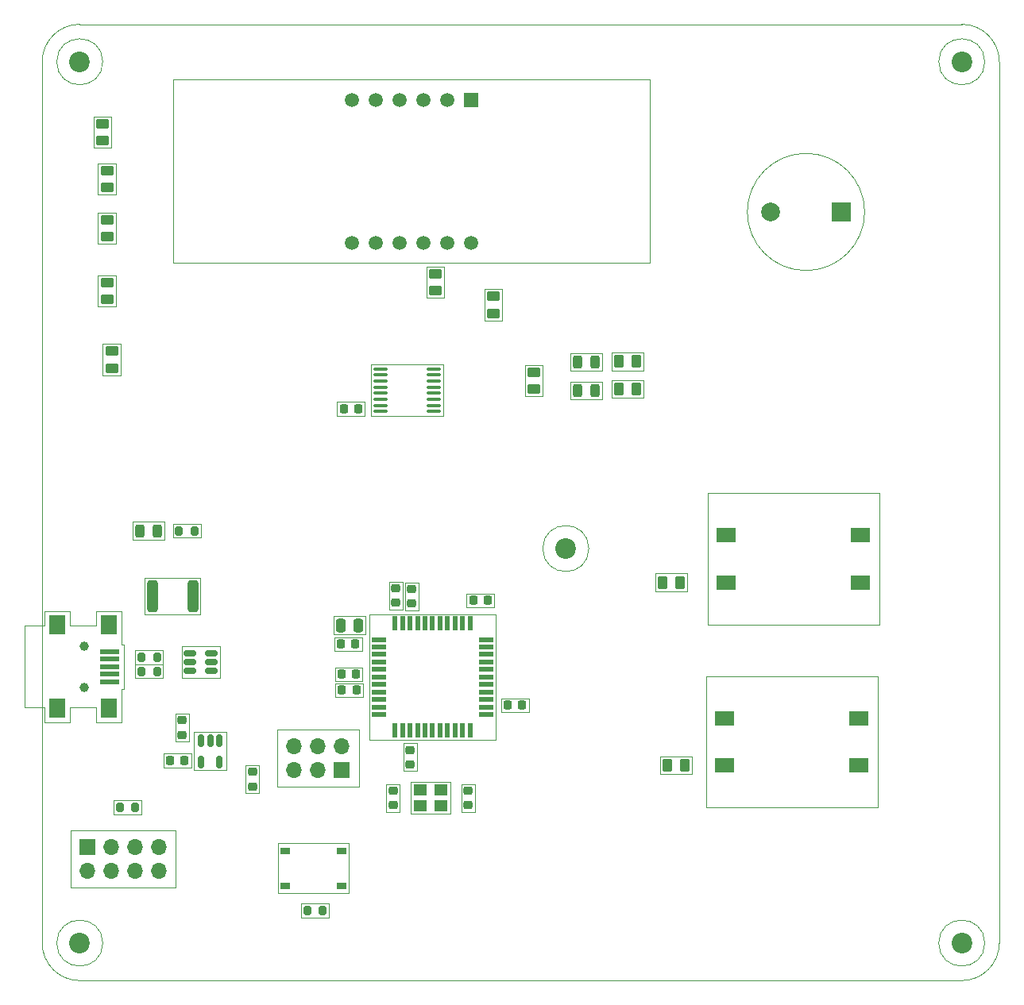
<source format=gbr>
%TF.GenerationSoftware,KiCad,Pcbnew,(7.0.0)*%
%TF.CreationDate,2023-04-20T13:59:00-06:00*%
%TF.ProjectId,Phase_B_ATMEGA_v3,50686173-655f-4425-9f41-544d4547415f,rev?*%
%TF.SameCoordinates,Original*%
%TF.FileFunction,Soldermask,Top*%
%TF.FilePolarity,Negative*%
%FSLAX46Y46*%
G04 Gerber Fmt 4.6, Leading zero omitted, Abs format (unit mm)*
G04 Created by KiCad (PCBNEW (7.0.0)) date 2023-04-20 13:59:00*
%MOMM*%
%LPD*%
G01*
G04 APERTURE LIST*
G04 Aperture macros list*
%AMRoundRect*
0 Rectangle with rounded corners*
0 $1 Rounding radius*
0 $2 $3 $4 $5 $6 $7 $8 $9 X,Y pos of 4 corners*
0 Add a 4 corners polygon primitive as box body*
4,1,4,$2,$3,$4,$5,$6,$7,$8,$9,$2,$3,0*
0 Add four circle primitives for the rounded corners*
1,1,$1+$1,$2,$3*
1,1,$1+$1,$4,$5*
1,1,$1+$1,$6,$7*
1,1,$1+$1,$8,$9*
0 Add four rect primitives between the rounded corners*
20,1,$1+$1,$2,$3,$4,$5,0*
20,1,$1+$1,$4,$5,$6,$7,0*
20,1,$1+$1,$6,$7,$8,$9,0*
20,1,$1+$1,$8,$9,$2,$3,0*%
G04 Aperture macros list end*
%ADD10R,2.000000X2.000000*%
%ADD11C,2.000000*%
%ADD12C,2.200000*%
%ADD13RoundRect,0.200000X-0.200000X-0.275000X0.200000X-0.275000X0.200000X0.275000X-0.200000X0.275000X0*%
%ADD14RoundRect,0.200000X0.200000X0.275000X-0.200000X0.275000X-0.200000X-0.275000X0.200000X-0.275000X0*%
%ADD15RoundRect,0.243750X-0.243750X-0.456250X0.243750X-0.456250X0.243750X0.456250X-0.243750X0.456250X0*%
%ADD16RoundRect,0.250000X0.450000X-0.262500X0.450000X0.262500X-0.450000X0.262500X-0.450000X-0.262500X0*%
%ADD17RoundRect,0.225000X0.250000X-0.225000X0.250000X0.225000X-0.250000X0.225000X-0.250000X-0.225000X0*%
%ADD18RoundRect,0.250000X0.262500X0.450000X-0.262500X0.450000X-0.262500X-0.450000X0.262500X-0.450000X0*%
%ADD19R,2.000000X1.500000*%
%ADD20RoundRect,0.250000X0.250000X0.475000X-0.250000X0.475000X-0.250000X-0.475000X0.250000X-0.475000X0*%
%ADD21R,1.500000X0.550000*%
%ADD22R,0.550000X1.500000*%
%ADD23RoundRect,0.225000X-0.225000X-0.250000X0.225000X-0.250000X0.225000X0.250000X-0.225000X0.250000X0*%
%ADD24RoundRect,0.225000X0.225000X0.250000X-0.225000X0.250000X-0.225000X-0.250000X0.225000X-0.250000X0*%
%ADD25RoundRect,0.100000X0.637500X0.100000X-0.637500X0.100000X-0.637500X-0.100000X0.637500X-0.100000X0*%
%ADD26R,1.700000X1.700000*%
%ADD27O,1.700000X1.700000*%
%ADD28RoundRect,0.250000X-0.312500X-1.450000X0.312500X-1.450000X0.312500X1.450000X-0.312500X1.450000X0*%
%ADD29RoundRect,0.225000X-0.250000X0.225000X-0.250000X-0.225000X0.250000X-0.225000X0.250000X0.225000X0*%
%ADD30R,1.500000X1.500000*%
%ADD31C,1.500000*%
%ADD32R,1.400000X1.200000*%
%ADD33RoundRect,0.150000X-0.512500X-0.150000X0.512500X-0.150000X0.512500X0.150000X-0.512500X0.150000X0*%
%ADD34RoundRect,0.150000X-0.150000X0.512500X-0.150000X-0.512500X0.150000X-0.512500X0.150000X0.512500X0*%
%ADD35C,1.000000*%
%ADD36R,2.000000X0.500000*%
%ADD37R,1.700000X2.000000*%
%ADD38R,1.000000X0.700000*%
%TA.AperFunction,Profile*%
%ADD39C,0.100000*%
%TD*%
%ADD40C,0.050000*%
%ADD41C,0.100000*%
G04 APERTURE END LIST*
D10*
%TO.C,LS1*%
X183299999Y-66499999D03*
D11*
X175700000Y-66500000D03*
%TD*%
D12*
%TO.C,H5*%
X153900000Y-102400000D03*
%TD*%
D13*
%TO.C,R14*%
X108675000Y-115500000D03*
X110325000Y-115500000D03*
%TD*%
D14*
%TO.C,R13*%
X128000000Y-141000000D03*
X126350000Y-141000000D03*
%TD*%
D15*
%TO.C,D3*%
X108500000Y-100500000D03*
X110375000Y-100500000D03*
%TD*%
D16*
%TO.C,R12*%
X105000000Y-69162500D03*
X105000000Y-67337500D03*
%TD*%
D15*
%TO.C,D1*%
X155125000Y-82500000D03*
X157000000Y-82500000D03*
%TD*%
D17*
%TO.C,C2*%
X143500000Y-129775000D03*
X143500000Y-128225000D03*
%TD*%
%TO.C,C10*%
X135800000Y-108195000D03*
X135800000Y-106645000D03*
%TD*%
%TO.C,C12*%
X137500000Y-108275000D03*
X137500000Y-106725000D03*
%TD*%
D18*
%TO.C,R4*%
X161385000Y-85405000D03*
X159560000Y-85405000D03*
%TD*%
D19*
%TO.C,S2*%
X185149999Y-125499999D03*
X170849999Y-125499999D03*
X185149999Y-120499999D03*
X170849999Y-120499999D03*
%TD*%
D14*
%TO.C,R16*%
X114325000Y-100500000D03*
X112675000Y-100500000D03*
%TD*%
D16*
%TO.C,R7*%
X105000000Y-63912500D03*
X105000000Y-62087500D03*
%TD*%
D20*
%TO.C,C8*%
X131800000Y-110600000D03*
X129900000Y-110600000D03*
%TD*%
D21*
%TO.C,U3*%
X133999999Y-112099999D03*
X133999999Y-112899999D03*
X133999999Y-113699999D03*
X133999999Y-114499999D03*
X133999999Y-115299999D03*
X133999999Y-116099999D03*
X133999999Y-116899999D03*
X133999999Y-117699999D03*
X133999999Y-118499999D03*
X133999999Y-119299999D03*
X133999999Y-120099999D03*
D22*
X135699999Y-121799999D03*
X136499999Y-121799999D03*
X137299999Y-121799999D03*
X138099999Y-121799999D03*
X138899999Y-121799999D03*
X139699999Y-121799999D03*
X140499999Y-121799999D03*
X141299999Y-121799999D03*
X142099999Y-121799999D03*
X142899999Y-121799999D03*
X143699999Y-121799999D03*
D21*
X145399999Y-120099999D03*
X145399999Y-119299999D03*
X145399999Y-118499999D03*
X145399999Y-117699999D03*
X145399999Y-116899999D03*
X145399999Y-116099999D03*
X145399999Y-115299999D03*
X145399999Y-114499999D03*
X145399999Y-113699999D03*
X145399999Y-112899999D03*
X145399999Y-112099999D03*
D22*
X143699999Y-110399999D03*
X142899999Y-110399999D03*
X142099999Y-110399999D03*
X141299999Y-110399999D03*
X140499999Y-110399999D03*
X139699999Y-110399999D03*
X138899999Y-110399999D03*
X138099999Y-110399999D03*
X137299999Y-110399999D03*
X136499999Y-110399999D03*
X135699999Y-110399999D03*
%TD*%
D19*
%TO.C,S1*%
X185299999Y-105999999D03*
X170999999Y-105999999D03*
X185299999Y-100999999D03*
X170999999Y-100999999D03*
%TD*%
D23*
%TO.C,C11*%
X144025000Y-107920000D03*
X145575000Y-107920000D03*
%TD*%
D24*
%TO.C,C5*%
X131475000Y-112600000D03*
X129925000Y-112600000D03*
%TD*%
D25*
%TO.C,U2*%
X139862500Y-87775000D03*
X139862500Y-87125000D03*
X139862500Y-86475000D03*
X139862500Y-85825000D03*
X139862500Y-85175000D03*
X139862500Y-84525000D03*
X139862500Y-83875000D03*
X139862500Y-83225000D03*
X134137500Y-83225000D03*
X134137500Y-83875000D03*
X134137500Y-84525000D03*
X134137500Y-85175000D03*
X134137500Y-85825000D03*
X134137500Y-86475000D03*
X134137500Y-87125000D03*
X134137500Y-87775000D03*
%TD*%
D26*
%TO.C,J3*%
X102919999Y-134209999D03*
D27*
X102919999Y-136749999D03*
X105459999Y-134209999D03*
X105459999Y-136749999D03*
X107999999Y-134209999D03*
X107999999Y-136749999D03*
X110539999Y-134209999D03*
X110539999Y-136749999D03*
%TD*%
D17*
%TO.C,C3*%
X135500000Y-129775000D03*
X135500000Y-128225000D03*
%TD*%
D23*
%TO.C,C7*%
X147700000Y-119100000D03*
X149250000Y-119100000D03*
%TD*%
D28*
%TO.C,F1*%
X109862500Y-107500000D03*
X114137500Y-107500000D03*
%TD*%
D26*
%TO.C,J1*%
X130039999Y-126039999D03*
D27*
X130039999Y-123499999D03*
X127499999Y-126039999D03*
X127499999Y-123499999D03*
X124959999Y-126039999D03*
X124959999Y-123499999D03*
%TD*%
D29*
%TO.C,C14*%
X120500000Y-126225000D03*
X120500000Y-127775000D03*
%TD*%
D30*
%TO.C,U1*%
X143849999Y-54522499D03*
D31*
X141310000Y-54522500D03*
X138770000Y-54522500D03*
X136230000Y-54522500D03*
X133690000Y-54522500D03*
X131150000Y-54522500D03*
X131150000Y-69762500D03*
X133690000Y-69762500D03*
X136230000Y-69762500D03*
X138770000Y-69762500D03*
X141310000Y-69762500D03*
X143850000Y-69762500D03*
%TD*%
D15*
%TO.C,D2*%
X155125000Y-85540000D03*
X157000000Y-85540000D03*
%TD*%
D32*
%TO.C,Y1*%
X140599999Y-128149999D03*
X138399999Y-128149999D03*
X138399999Y-129849999D03*
X140599999Y-129849999D03*
%TD*%
D13*
%TO.C,R15*%
X108675000Y-114000000D03*
X110325000Y-114000000D03*
%TD*%
D16*
%TO.C,R5*%
X146200000Y-77312500D03*
X146200000Y-75487500D03*
%TD*%
D33*
%TO.C,U4*%
X113862500Y-113550000D03*
X113862500Y-114500000D03*
X113862500Y-115450000D03*
X116137500Y-115450000D03*
X116137500Y-114500000D03*
X116137500Y-113550000D03*
%TD*%
D24*
%TO.C,C1*%
X131775000Y-87500000D03*
X130225000Y-87500000D03*
%TD*%
%TO.C,C15*%
X113275000Y-125000000D03*
X111725000Y-125000000D03*
%TD*%
D16*
%TO.C,R8*%
X105000000Y-75825000D03*
X105000000Y-74000000D03*
%TD*%
D12*
%TO.C,H3*%
X102100000Y-144480000D03*
%TD*%
D18*
%TO.C,R1*%
X166062500Y-106000000D03*
X164237500Y-106000000D03*
%TD*%
D17*
%TO.C,C13*%
X113000000Y-122275000D03*
X113000000Y-120725000D03*
%TD*%
D18*
%TO.C,R3*%
X161385000Y-82455000D03*
X159560000Y-82455000D03*
%TD*%
D34*
%TO.C,U5*%
X116950000Y-122862500D03*
X116000000Y-122862500D03*
X115050000Y-122862500D03*
X115050000Y-125137500D03*
X116950000Y-125137500D03*
%TD*%
D16*
%TO.C,R11*%
X104500000Y-58912500D03*
X104500000Y-57087500D03*
%TD*%
D12*
%TO.C,H2*%
X196100000Y-50480000D03*
%TD*%
D24*
%TO.C,C9*%
X131543330Y-115795791D03*
X129993330Y-115795791D03*
%TD*%
D12*
%TO.C,H4*%
X196100000Y-144480000D03*
%TD*%
D16*
%TO.C,R10*%
X140000000Y-74912500D03*
X140000000Y-73087500D03*
%TD*%
D35*
%TO.C,J2*%
X102575000Y-112800000D03*
X102575000Y-117200000D03*
D36*
X105274999Y-113399999D03*
X105274999Y-114199999D03*
X105274999Y-114999999D03*
X105274999Y-115799999D03*
X105274999Y-116599999D03*
D37*
X105174999Y-110549999D03*
X99724999Y-110549999D03*
X105174999Y-119449999D03*
X99724999Y-119449999D03*
%TD*%
D16*
%TO.C,R6*%
X150500000Y-85412500D03*
X150500000Y-83587500D03*
%TD*%
D14*
%TO.C,R17*%
X108000000Y-130000000D03*
X106350000Y-130000000D03*
%TD*%
D38*
%TO.C,S3*%
X123999999Y-134649999D03*
X129999999Y-134649999D03*
X123999999Y-138349999D03*
X129999999Y-138349999D03*
%TD*%
D24*
%TO.C,C6*%
X131575000Y-117500000D03*
X130025000Y-117500000D03*
%TD*%
D29*
%TO.C,C4*%
X137300000Y-123870000D03*
X137300000Y-125420000D03*
%TD*%
D18*
%TO.C,R2*%
X166562500Y-125500000D03*
X164737500Y-125500000D03*
%TD*%
D16*
%TO.C,R9*%
X105500000Y-83162500D03*
X105500000Y-81337500D03*
%TD*%
D12*
%TO.C,H1*%
X102100000Y-50480000D03*
%TD*%
D39*
X200100000Y-50480000D02*
G75*
G03*
X196100000Y-46480000I-4000000J0D01*
G01*
X102100000Y-46480000D02*
G75*
G03*
X98100000Y-50480000I0J-4000000D01*
G01*
X98100000Y-144480000D02*
X98100000Y-50480000D01*
X98100000Y-144480000D02*
G75*
G03*
X102100000Y-148480000I4000000J0D01*
G01*
X102100000Y-46480000D02*
X196100000Y-46480000D01*
X196100000Y-148480000D02*
G75*
G03*
X200100000Y-144480000I0J4000000D01*
G01*
X200100000Y-144480000D02*
X200100000Y-50480000D01*
X102100000Y-148480000D02*
X196100000Y-148480000D01*
D40*
%TO.C,LS1*%
X185750000Y-66500000D02*
G75*
G03*
X185750000Y-66500000I-6250000J0D01*
G01*
%TO.C,H5*%
X156350000Y-102400000D02*
G75*
G03*
X156350000Y-102400000I-2450000J0D01*
G01*
%TO.C,R14*%
X108020000Y-114770000D02*
X110980000Y-114770000D01*
X108020000Y-116230000D02*
X108020000Y-114770000D01*
X110980000Y-114770000D02*
X110980000Y-116230000D01*
X110980000Y-116230000D02*
X108020000Y-116230000D01*
%TO.C,R13*%
X128655000Y-141730000D02*
X125695000Y-141730000D01*
X128655000Y-140270000D02*
X128655000Y-141730000D01*
X125695000Y-141730000D02*
X125695000Y-140270000D01*
X125695000Y-140270000D02*
X128655000Y-140270000D01*
%TO.C,D3*%
X107757500Y-99550000D02*
X111117500Y-99550000D01*
X107757500Y-101450000D02*
X107757500Y-99550000D01*
X111117500Y-99550000D02*
X111117500Y-101450000D01*
X111117500Y-101450000D02*
X107757500Y-101450000D01*
%TO.C,R12*%
X104050000Y-69930000D02*
X104050000Y-66570000D01*
X105950000Y-69930000D02*
X104050000Y-69930000D01*
X104050000Y-66570000D02*
X105950000Y-66570000D01*
X105950000Y-66570000D02*
X105950000Y-69930000D01*
%TO.C,D1*%
X154382500Y-81550000D02*
X157742500Y-81550000D01*
X154382500Y-83450000D02*
X154382500Y-81550000D01*
X157742500Y-81550000D02*
X157742500Y-83450000D01*
X157742500Y-83450000D02*
X154382500Y-83450000D01*
%TO.C,C2*%
X142770000Y-130480000D02*
X142770000Y-127520000D01*
X144230000Y-130480000D02*
X142770000Y-130480000D01*
X142770000Y-127520000D02*
X144230000Y-127520000D01*
X144230000Y-127520000D02*
X144230000Y-130480000D01*
%TO.C,C10*%
X135070000Y-108900000D02*
X135070000Y-105940000D01*
X136530000Y-108900000D02*
X135070000Y-108900000D01*
X135070000Y-105940000D02*
X136530000Y-105940000D01*
X136530000Y-105940000D02*
X136530000Y-108900000D01*
%TO.C,C12*%
X136770000Y-108980000D02*
X136770000Y-106020000D01*
X138230000Y-108980000D02*
X136770000Y-108980000D01*
X136770000Y-106020000D02*
X138230000Y-106020000D01*
X138230000Y-106020000D02*
X138230000Y-108980000D01*
%TO.C,R4*%
X162152500Y-86355000D02*
X158792500Y-86355000D01*
X162152500Y-84455000D02*
X162152500Y-86355000D01*
X158792500Y-86355000D02*
X158792500Y-84455000D01*
X158792500Y-84455000D02*
X162152500Y-84455000D01*
D41*
%TO.C,S2*%
X187150000Y-130000000D02*
X168850000Y-130000000D01*
X187150000Y-130000000D02*
X168850000Y-130000000D01*
X187150000Y-116000000D02*
X187150000Y-130000000D01*
X187150000Y-116000000D02*
X187150000Y-130000000D01*
X168850000Y-130000000D02*
X168850000Y-116000000D01*
X168850000Y-130000000D02*
X168850000Y-116000000D01*
X168850000Y-116000000D02*
X187150000Y-116000000D01*
X168850000Y-116000000D02*
X187150000Y-116000000D01*
D40*
%TO.C,R16*%
X114980000Y-101230000D02*
X112020000Y-101230000D01*
X114980000Y-99770000D02*
X114980000Y-101230000D01*
X112020000Y-101230000D02*
X112020000Y-99770000D01*
X112020000Y-99770000D02*
X114980000Y-99770000D01*
%TO.C,R7*%
X104050000Y-64680000D02*
X104050000Y-61320000D01*
X105950000Y-64680000D02*
X104050000Y-64680000D01*
X104050000Y-61320000D02*
X105950000Y-61320000D01*
X105950000Y-61320000D02*
X105950000Y-64680000D01*
%TO.C,C8*%
X132550000Y-111580000D02*
X129150000Y-111580000D01*
X132550000Y-109620000D02*
X132550000Y-111580000D01*
X129150000Y-111580000D02*
X129150000Y-109620000D01*
X129150000Y-109620000D02*
X132550000Y-109620000D01*
%TO.C,U3*%
X133000000Y-109400000D02*
X133000000Y-122800000D01*
X133000000Y-109400000D02*
X146400000Y-109400000D01*
X133000000Y-122800000D02*
X146400000Y-122800000D01*
X146400000Y-109400000D02*
X146400000Y-122800000D01*
D41*
%TO.C,S1*%
X187300000Y-110500000D02*
X169000000Y-110500000D01*
X187300000Y-110500000D02*
X169000000Y-110500000D01*
X187300000Y-96500000D02*
X187300000Y-110500000D01*
X187300000Y-96500000D02*
X187300000Y-110500000D01*
X169000000Y-110500000D02*
X169000000Y-96500000D01*
X169000000Y-110500000D02*
X169000000Y-96500000D01*
X169000000Y-96500000D02*
X187300000Y-96500000D01*
X169000000Y-96500000D02*
X187300000Y-96500000D01*
D40*
%TO.C,C11*%
X143320000Y-107190000D02*
X146280000Y-107190000D01*
X143320000Y-108650000D02*
X143320000Y-107190000D01*
X146280000Y-107190000D02*
X146280000Y-108650000D01*
X146280000Y-108650000D02*
X143320000Y-108650000D01*
%TO.C,C5*%
X132180000Y-113330000D02*
X129220000Y-113330000D01*
X132180000Y-111870000D02*
X132180000Y-113330000D01*
X129220000Y-113330000D02*
X129220000Y-111870000D01*
X129220000Y-111870000D02*
X132180000Y-111870000D01*
%TO.C,U2*%
X140850000Y-88250000D02*
X140850000Y-82750000D01*
X140850000Y-82750000D02*
X133150000Y-82750000D01*
X133150000Y-88250000D02*
X140850000Y-88250000D01*
X133150000Y-82750000D02*
X133150000Y-88250000D01*
%TO.C,J3*%
X101120000Y-138550000D02*
X101120000Y-132450000D01*
X112320000Y-138550000D02*
X101120000Y-138550000D01*
X101120000Y-132450000D02*
X112320000Y-132450000D01*
X112320000Y-132450000D02*
X112320000Y-138550000D01*
%TO.C,C3*%
X134770000Y-130480000D02*
X134770000Y-127520000D01*
X136230000Y-130480000D02*
X134770000Y-130480000D01*
X134770000Y-127520000D02*
X136230000Y-127520000D01*
X136230000Y-127520000D02*
X136230000Y-130480000D01*
%TO.C,C7*%
X146995000Y-118370000D02*
X149955000Y-118370000D01*
X146995000Y-119830000D02*
X146995000Y-118370000D01*
X149955000Y-118370000D02*
X149955000Y-119830000D01*
X149955000Y-119830000D02*
X146995000Y-119830000D01*
%TO.C,F1*%
X109050000Y-105550000D02*
X114950000Y-105550000D01*
X109050000Y-109450000D02*
X109050000Y-105550000D01*
X114950000Y-105550000D02*
X114950000Y-109450000D01*
X114950000Y-109450000D02*
X109050000Y-109450000D01*
%TO.C,J1*%
X131840000Y-121700000D02*
X131840000Y-127800000D01*
X123190000Y-121700000D02*
X131840000Y-121700000D01*
X131840000Y-127800000D02*
X123190000Y-127800000D01*
X123190000Y-127800000D02*
X123190000Y-121700000D01*
%TO.C,C14*%
X121230000Y-125520000D02*
X121230000Y-128480000D01*
X119770000Y-125520000D02*
X121230000Y-125520000D01*
X121230000Y-128480000D02*
X119770000Y-128480000D01*
X119770000Y-128480000D02*
X119770000Y-125520000D01*
%TO.C,U1*%
X162900000Y-52392500D02*
X162900000Y-71892500D01*
X112100000Y-52392500D02*
X162900000Y-52392500D01*
X162900000Y-71892500D02*
X112100000Y-71892500D01*
X112100000Y-71892500D02*
X112100000Y-52392500D01*
%TO.C,D2*%
X154382500Y-84590000D02*
X157742500Y-84590000D01*
X154382500Y-86490000D02*
X154382500Y-84590000D01*
X157742500Y-84590000D02*
X157742500Y-86490000D01*
X157742500Y-86490000D02*
X154382500Y-86490000D01*
%TO.C,Y1*%
X141600000Y-130700000D02*
X141600000Y-127300000D01*
X141600000Y-127300000D02*
X137400000Y-127300000D01*
X137400000Y-130700000D02*
X141600000Y-130700000D01*
X137400000Y-127300000D02*
X137400000Y-130700000D01*
%TO.C,R15*%
X108020000Y-113270000D02*
X110980000Y-113270000D01*
X108020000Y-114730000D02*
X108020000Y-113270000D01*
X110980000Y-113270000D02*
X110980000Y-114730000D01*
X110980000Y-114730000D02*
X108020000Y-114730000D01*
%TO.C,R5*%
X145250000Y-78080000D02*
X145250000Y-74720000D01*
X147150000Y-78080000D02*
X145250000Y-78080000D01*
X145250000Y-74720000D02*
X147150000Y-74720000D01*
X147150000Y-74720000D02*
X147150000Y-78080000D01*
%TO.C,U4*%
X112950000Y-112800000D02*
X112950000Y-116200000D01*
X112950000Y-116200000D02*
X117050000Y-116200000D01*
X117050000Y-112800000D02*
X112950000Y-112800000D01*
X117050000Y-116200000D02*
X117050000Y-112800000D01*
%TO.C,C1*%
X132480000Y-88230000D02*
X129520000Y-88230000D01*
X132480000Y-86770000D02*
X132480000Y-88230000D01*
X129520000Y-88230000D02*
X129520000Y-86770000D01*
X129520000Y-86770000D02*
X132480000Y-86770000D01*
%TO.C,C15*%
X113980000Y-125730000D02*
X111020000Y-125730000D01*
X113980000Y-124270000D02*
X113980000Y-125730000D01*
X111020000Y-125730000D02*
X111020000Y-124270000D01*
X111020000Y-124270000D02*
X113980000Y-124270000D01*
%TO.C,R8*%
X104050000Y-76592500D02*
X104050000Y-73232500D01*
X105950000Y-76592500D02*
X104050000Y-76592500D01*
X104050000Y-73232500D02*
X105950000Y-73232500D01*
X105950000Y-73232500D02*
X105950000Y-76592500D01*
%TO.C,H3*%
X104550000Y-144480000D02*
G75*
G03*
X104550000Y-144480000I-2450000J0D01*
G01*
%TO.C,R1*%
X166830000Y-106950000D02*
X163470000Y-106950000D01*
X166830000Y-105050000D02*
X166830000Y-106950000D01*
X163470000Y-106950000D02*
X163470000Y-105050000D01*
X163470000Y-105050000D02*
X166830000Y-105050000D01*
%TO.C,C13*%
X112270000Y-122980000D02*
X112270000Y-120020000D01*
X113730000Y-122980000D02*
X112270000Y-122980000D01*
X112270000Y-120020000D02*
X113730000Y-120020000D01*
X113730000Y-120020000D02*
X113730000Y-122980000D01*
%TO.C,R3*%
X162152500Y-83405000D02*
X158792500Y-83405000D01*
X162152500Y-81505000D02*
X162152500Y-83405000D01*
X158792500Y-83405000D02*
X158792500Y-81505000D01*
X158792500Y-81505000D02*
X162152500Y-81505000D01*
%TO.C,U5*%
X117700000Y-121950000D02*
X114300000Y-121950000D01*
X114300000Y-121950000D02*
X114300000Y-126050000D01*
X117700000Y-126050000D02*
X117700000Y-121950000D01*
X114300000Y-126050000D02*
X117700000Y-126050000D01*
%TO.C,R11*%
X103550000Y-59680000D02*
X103550000Y-56320000D01*
X105450000Y-59680000D02*
X103550000Y-59680000D01*
X103550000Y-56320000D02*
X105450000Y-56320000D01*
X105450000Y-56320000D02*
X105450000Y-59680000D01*
%TO.C,H2*%
X198550000Y-50480000D02*
G75*
G03*
X198550000Y-50480000I-2450000J0D01*
G01*
%TO.C,C9*%
X132248330Y-116525791D02*
X129288330Y-116525791D01*
X132248330Y-115065791D02*
X132248330Y-116525791D01*
X129288330Y-116525791D02*
X129288330Y-115065791D01*
X129288330Y-115065791D02*
X132248330Y-115065791D01*
%TO.C,H4*%
X198550000Y-144480000D02*
G75*
G03*
X198550000Y-144480000I-2450000J0D01*
G01*
%TO.C,R10*%
X139050000Y-75680000D02*
X139050000Y-72320000D01*
X140950000Y-75680000D02*
X139050000Y-75680000D01*
X139050000Y-72320000D02*
X140950000Y-72320000D01*
X140950000Y-72320000D02*
X140950000Y-75680000D01*
%TO.C,J2*%
X106525000Y-109050000D02*
X103825000Y-109050000D01*
X106525000Y-109050000D02*
X106525000Y-112650000D01*
X101075000Y-109050000D02*
X98375000Y-109050000D01*
X103825000Y-110650000D02*
X103825000Y-109050000D01*
X103825000Y-110650000D02*
X101075000Y-110650000D01*
X101075000Y-110650000D02*
X101075000Y-109050000D01*
X98375000Y-110650000D02*
X98375000Y-109050000D01*
X96225000Y-110650000D02*
X98375000Y-110650000D01*
X96225000Y-110650000D02*
X96225000Y-119350000D01*
X106525000Y-112650000D02*
X106775000Y-112650000D01*
X106775000Y-117350000D02*
X106775000Y-112650000D01*
X106525000Y-117350000D02*
X106775000Y-117350000D01*
X103825000Y-119350000D02*
X101075000Y-119350000D01*
X103825000Y-119350000D02*
X103825000Y-120950000D01*
X101075000Y-119350000D02*
X101075000Y-120950000D01*
X98375000Y-119350000D02*
X98375000Y-120950000D01*
X96225000Y-119350000D02*
X98375000Y-119350000D01*
X106525000Y-120950000D02*
X106525000Y-117350000D01*
X106525000Y-120950000D02*
X103825000Y-120950000D01*
X101075000Y-120950000D02*
X98375000Y-120950000D01*
%TO.C,R6*%
X149550000Y-86180000D02*
X149550000Y-82820000D01*
X151450000Y-86180000D02*
X149550000Y-86180000D01*
X149550000Y-82820000D02*
X151450000Y-82820000D01*
X151450000Y-82820000D02*
X151450000Y-86180000D01*
%TO.C,R17*%
X108655000Y-130730000D02*
X105695000Y-130730000D01*
X108655000Y-129270000D02*
X108655000Y-130730000D01*
X105695000Y-130730000D02*
X105695000Y-129270000D01*
X105695000Y-129270000D02*
X108655000Y-129270000D01*
%TO.C,S3*%
X123250000Y-133850000D02*
X130750000Y-133850000D01*
X123250000Y-139150000D02*
X123250000Y-133850000D01*
X130750000Y-133850000D02*
X130750000Y-139150000D01*
X130750000Y-139150000D02*
X123250000Y-139150000D01*
%TO.C,C6*%
X132280000Y-118230000D02*
X129320000Y-118230000D01*
X132280000Y-116770000D02*
X132280000Y-118230000D01*
X129320000Y-118230000D02*
X129320000Y-116770000D01*
X129320000Y-116770000D02*
X132280000Y-116770000D01*
%TO.C,C4*%
X138030000Y-123165000D02*
X138030000Y-126125000D01*
X136570000Y-123165000D02*
X138030000Y-123165000D01*
X138030000Y-126125000D02*
X136570000Y-126125000D01*
X136570000Y-126125000D02*
X136570000Y-123165000D01*
%TO.C,R2*%
X167330000Y-126450000D02*
X163970000Y-126450000D01*
X167330000Y-124550000D02*
X167330000Y-126450000D01*
X163970000Y-126450000D02*
X163970000Y-124550000D01*
X163970000Y-124550000D02*
X167330000Y-124550000D01*
%TO.C,R9*%
X104550000Y-83930000D02*
X104550000Y-80570000D01*
X106450000Y-83930000D02*
X104550000Y-83930000D01*
X104550000Y-80570000D02*
X106450000Y-80570000D01*
X106450000Y-80570000D02*
X106450000Y-83930000D01*
%TO.C,H1*%
X104550000Y-50480000D02*
G75*
G03*
X104550000Y-50480000I-2450000J0D01*
G01*
%TD*%
M02*

</source>
